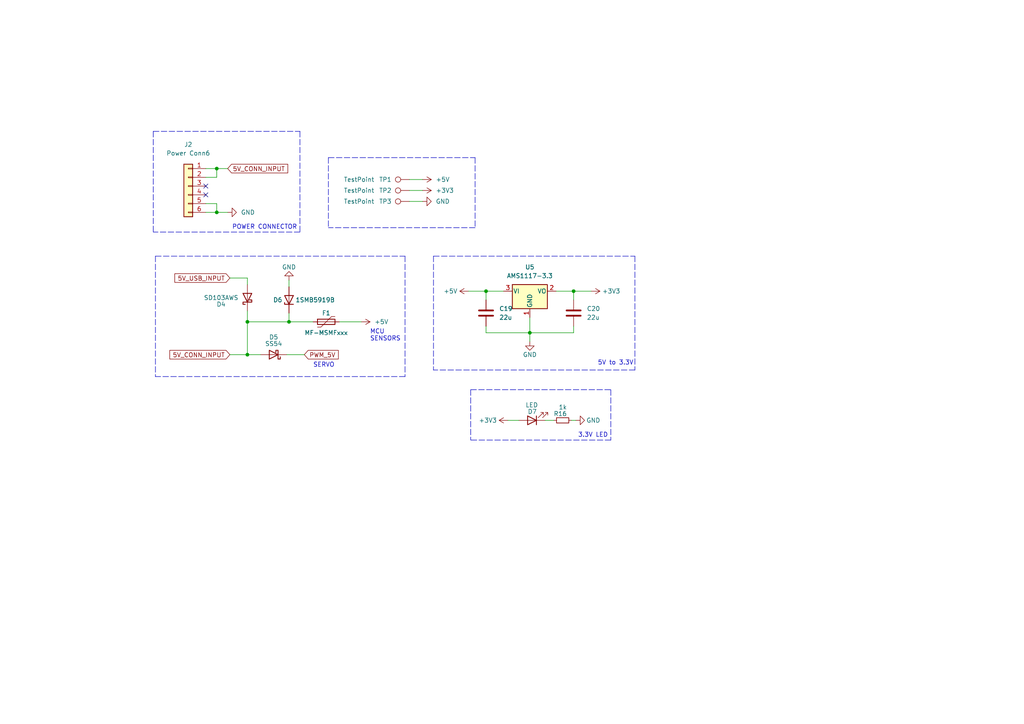
<source format=kicad_sch>
(kicad_sch (version 20211123) (generator eeschema)
  (paper "A4")
  (lib_symbols
    (symbol "Connector:TestPoint" (pin_numbers hide) (pin_names (offset 0.762) hide)
      (property "Reference" "TP" (at 0 6.858 0))
      (property "Value" "TestPoint" (at 0 5.08 0))
      (symbol "TestPoint_0_1"
        (circle (center 0 3.302) (radius 0.762))
      )
      (symbol "TestPoint_1_1"
        (pin passive line (at 0 0 90) (length 2.54) (name "1") (number "1"))
      )
    )
    (symbol "Connector_Generic:Conn_01x06" (pin_names (offset 1.016) hide)
      (property "Reference" "J" (at 0 7.62 0))
      (property "Value" "Conn_01x06" (at 0 -10.16 0))
      (symbol "Conn_01x06_1_1"
        (rectangle (start -1.27 -7.493) (end 0 -7.747) (stroke (width 0.1524)))
        (rectangle (start -1.27 -4.953) (end 0 -5.207) (stroke (width 0.1524)))
        (rectangle (start -1.27 -2.413) (end 0 -2.667) (stroke (width 0.1524)))
        (rectangle (start -1.27 0.127) (end 0 -0.127) (stroke (width 0.1524)))
        (rectangle (start -1.27 2.667) (end 0 2.413) (stroke (width 0.1524)))
        (rectangle (start -1.27 5.207) (end 0 4.953) (stroke (width 0.1524)))
        (rectangle (start -1.27 6.35) (end 1.27 -8.89) (stroke (width 0.254)) (fill (type background)))
        (pin passive line (at -5.08 5.08 0) (length 3.81) (name "Pin_1") (number "1"))
        (pin passive line (at -5.08 2.54 0) (length 3.81) (name "Pin_2") (number "2"))
        (pin passive line (at -5.08 0 0) (length 3.81) (name "Pin_3") (number "3"))
        (pin passive line (at -5.08 -2.54 0) (length 3.81) (name "Pin_4") (number "4"))
        (pin passive line (at -5.08 -5.08 0) (length 3.81) (name "Pin_5") (number "5"))
        (pin passive line (at -5.08 -7.62 0) (length 3.81) (name "Pin_6") (number "6"))
      )
    )
    (symbol "Device:C" (pin_numbers hide) (pin_names (offset 0.254))
      (property "Reference" "C" (at 0.635 2.54 0))
      (property "Value" "C" (at 0.635 -2.54 0))
      (symbol "C_0_1"
        (polyline (pts (xy -2.032 -0.762) (xy 2.032 -0.762)) (stroke (width 0.508)))
        (polyline (pts (xy -2.032 0.762) (xy 2.032 0.762)) (stroke (width 0.508)))
      )
      (symbol "C_1_1"
        (pin passive line (at 0 3.81 270) (length 2.794) (name "~") (number "1"))
        (pin passive line (at 0 -3.81 90) (length 2.794) (name "~") (number "2"))
      )
    )
    (symbol "Device:D_Schottky" (pin_numbers hide) (pin_names (offset 1.016) hide)
      (property "Reference" "D" (at 0 2.54 0))
      (property "Value" "D_Schottky" (at 0 -2.54 0))
      (symbol "D_Schottky_0_1"
        (polyline (pts (xy 1.27 0) (xy -1.27 0)))
        (polyline (pts (xy 1.27 1.27) (xy 1.27 -1.27) (xy -1.27 0) (xy 1.27 1.27)) (stroke (width 0.254)))
        (polyline (pts (xy -1.905 0.635) (xy -1.905 1.27) (xy -1.27 1.27) (xy -1.27 -1.27) (xy -0.635 -1.27) (xy -0.635 -0.635)) (stroke (width 0.254)))
      )
      (symbol "D_Schottky_1_1"
        (pin passive line (at -3.81 0 0) (length 2.54) (name "K") (number "1"))
        (pin passive line (at 3.81 0 180) (length 2.54) (name "A") (number "2"))
      )
    )
    (symbol "Device:D_Zener" (pin_numbers hide) (pin_names (offset 1.016) hide)
      (property "Reference" "D" (at 0 2.54 0))
      (property "Value" "D_Zener" (at 0 -2.54 0))
      (symbol "D_Zener_0_1"
        (polyline (pts (xy 1.27 0) (xy -1.27 0)))
        (polyline (pts (xy -1.27 -1.27) (xy -1.27 1.27) (xy -0.762 1.27)) (stroke (width 0.254)))
        (polyline (pts (xy 1.27 -1.27) (xy 1.27 1.27) (xy -1.27 0) (xy 1.27 -1.27)) (stroke (width 0.254)))
      )
      (symbol "D_Zener_1_1"
        (pin passive line (at -3.81 0 0) (length 2.54) (name "K") (number "1"))
        (pin passive line (at 3.81 0 180) (length 2.54) (name "A") (number "2"))
      )
    )
    (symbol "Device:LED" (pin_numbers hide) (pin_names (offset 1.016) hide)
      (property "Reference" "D" (at 0 2.54 0))
      (property "Value" "LED" (at 0 -2.54 0))
      (symbol "LED_0_1"
        (polyline (pts (xy -1.27 -1.27) (xy -1.27 1.27)) (stroke (width 0.254)))
        (polyline (pts (xy -1.27 0) (xy 1.27 0)))
        (polyline (pts (xy 1.27 -1.27) (xy 1.27 1.27) (xy -1.27 0) (xy 1.27 -1.27)) (stroke (width 0.254)))
        (polyline (pts (xy -3.048 -0.762) (xy -4.572 -2.286) (xy -3.81 -2.286) (xy -4.572 -2.286) (xy -4.572 -1.524)))
        (polyline (pts (xy -1.778 -0.762) (xy -3.302 -2.286) (xy -2.54 -2.286) (xy -3.302 -2.286) (xy -3.302 -1.524)))
      )
      (symbol "LED_1_1"
        (pin passive line (at -3.81 0 0) (length 2.54) (name "K") (number "1"))
        (pin passive line (at 3.81 0 180) (length 2.54) (name "A") (number "2"))
      )
    )
    (symbol "Device:Polyfuse" (pin_numbers hide) (pin_names (offset 0))
      (property "Reference" "F" (at -2.54 0 90))
      (property "Value" "Polyfuse" (at 2.54 0 90))
      (symbol "Polyfuse_0_1"
        (rectangle (start -0.762 2.54) (end 0.762 -2.54) (stroke (width 0.254)))
        (polyline (pts (xy 0 2.54) (xy 0 -2.54)))
        (polyline (pts (xy -1.524 2.54) (xy -1.524 1.524) (xy 1.524 -1.524) (xy 1.524 -2.54)))
      )
      (symbol "Polyfuse_1_1"
        (pin passive line (at 0 3.81 270) (length 1.27) (name "~") (number "1"))
        (pin passive line (at 0 -3.81 90) (length 1.27) (name "~") (number "2"))
      )
    )
    (symbol "Device:R_Small" (pin_numbers hide) (pin_names (offset 0.254) hide)
      (property "Reference" "R" (at 0.762 0.508 0))
      (property "Value" "R_Small" (at 0.762 -1.016 0))
      (symbol "R_Small_0_1"
        (rectangle (start -0.762 1.778) (end 0.762 -1.778) (stroke (width 0.2032)))
      )
      (symbol "R_Small_1_1"
        (pin passive line (at 0 2.54 270) (length 0.762) (name "~") (number "1"))
        (pin passive line (at 0 -2.54 90) (length 0.762) (name "~") (number "2"))
      )
    )
    (symbol "Regulator_Linear:AMS1117-3.3" (pin_names (offset 0.254))
      (property "Reference" "U" (at -3.81 3.175 0))
      (property "Value" "AMS1117-3.3" (at 0 3.175 0))
      (symbol "AMS1117-3.3_0_1"
        (rectangle (start -5.08 -5.08) (end 5.08 1.905) (stroke (width 0.254)) (fill (type background)))
      )
      (symbol "AMS1117-3.3_1_1"
        (pin power_in line (at 0 -7.62 90) (length 2.54) (name "GND") (number "1"))
        (pin power_out line (at 7.62 0 180) (length 2.54) (name "VO") (number "2"))
        (pin power_in line (at -7.62 0 0) (length 2.54) (name "VI") (number "3"))
      )
    )
    (symbol "power:+3V3" (power) (pin_names (offset 0))
      (property "Value" "+3V3" (at 0 3.556 0))
      (symbol "+3V3_0_1"
        (polyline (pts (xy -0.762 1.27) (xy 0 2.54)))
        (polyline (pts (xy 0 0) (xy 0 2.54)))
        (polyline (pts (xy 0 2.54) (xy 0.762 1.27)))
      )
      (symbol "+3V3_1_1"
        (pin power_in line (at 0 0 90) (length 0) hide (name "+3V3") (number "1"))
      )
    )
    (symbol "power:+5V" (power) (pin_names (offset 0))
      (property "Value" "+5V" (at 0 3.556 0))
      (symbol "+5V_0_1"
        (polyline (pts (xy -0.762 1.27) (xy 0 2.54)))
        (polyline (pts (xy 0 0) (xy 0 2.54)))
        (polyline (pts (xy 0 2.54) (xy 0.762 1.27)))
      )
      (symbol "+5V_1_1"
        (pin power_in line (at 0 0 90) (length 0) hide (name "+5V") (number "1"))
      )
    )
    (symbol "power:GND" (power) (pin_names (offset 0))
      (property "Value" "GND" (at 0 -3.81 0))
      (symbol "GND_0_1"
        (polyline (pts (xy 0 0) (xy 0 -1.27) (xy 1.27 -1.27) (xy 0 -2.54) (xy -1.27 -1.27) (xy 0 -1.27)))
      )
      (symbol "GND_1_1"
        (pin power_in line (at 0 0 270) (length 0) hide (name "GND") (number "1"))
      )
    )
  )
  (junction (at 71.755 102.87))
  (junction (at 62.865 48.895))
  (junction (at 71.755 93.345))
  (junction (at 153.67 96.52))
  (junction (at 166.37 84.455))
  (junction (at 140.97 84.455))
  (junction (at 62.865 61.595))
  (junction (at 83.82 93.345))
  (no_connect (at 59.69 56.515))
  (no_connect (at 59.69 53.975))
  (polyline (pts (xy 117.475 74.295) (xy 117.475 109.22)))
  (polyline (pts (xy 44.45 38.1) (xy 44.45 67.31)))
  (wire (pts (xy 171.45 84.455) (xy 166.37 84.455)))
  (polyline (pts (xy 86.995 67.31) (xy 44.45 67.31)))
  (wire (pts (xy 62.865 61.595) (xy 66.04 61.595)))
  (polyline (pts (xy 184.15 107.315) (xy 125.73 107.315)))
  (wire (pts (xy 62.865 48.895) (xy 62.865 51.435)))
  (polyline (pts (xy 45.085 74.295) (xy 45.085 109.22)))
  (wire (pts (xy 140.97 84.455) (xy 146.05 84.455)))
  (wire (pts (xy 71.755 80.645) (xy 71.755 82.55)))
  (wire (pts (xy 153.67 96.52) (xy 153.67 99.06)))
  (wire (pts (xy 62.865 59.055) (xy 62.865 61.595)))
  (polyline (pts (xy 136.525 113.03) (xy 136.525 127.635)))
  (wire (pts (xy 71.755 90.17) (xy 71.755 93.345)))
  (wire (pts (xy 66.675 102.87) (xy 71.755 102.87)))
  (wire (pts (xy 62.865 48.895) (xy 66.04 48.895)))
  (wire (pts (xy 135.89 84.455) (xy 140.97 84.455)))
  (wire (pts (xy 62.865 51.435) (xy 59.69 51.435)))
  (wire (pts (xy 147.32 121.92) (xy 150.495 121.92)))
  (wire (pts (xy 59.69 59.055) (xy 62.865 59.055)))
  (wire (pts (xy 166.37 84.455) (xy 166.37 86.995)))
  (polyline (pts (xy 137.795 66.04) (xy 95.25 66.04)))
  (polyline (pts (xy 177.165 113.03) (xy 177.165 127.635)))
  (wire (pts (xy 83.82 81.28) (xy 83.82 83.185)))
  (wire (pts (xy 71.755 102.87) (xy 75.565 102.87)))
  (wire (pts (xy 158.115 121.92) (xy 160.655 121.92)))
  (polyline (pts (xy 86.995 38.1) (xy 86.995 67.31)))
  (wire (pts (xy 153.67 92.075) (xy 153.67 96.52)))
  (polyline (pts (xy 125.73 74.295) (xy 125.73 107.315)))
  (wire (pts (xy 83.82 90.805) (xy 83.82 93.345)))
  (wire (pts (xy 71.755 93.345) (xy 71.755 102.87)))
  (polyline (pts (xy 184.15 74.295) (xy 184.15 107.315)))
  (polyline (pts (xy 137.795 45.72) (xy 137.795 66.04)))
  (polyline (pts (xy 117.475 109.22) (xy 45.085 109.22)))
  (polyline (pts (xy 95.25 45.72) (xy 137.795 45.72)))
  (wire (pts (xy 118.745 58.42) (xy 122.555 58.42)))
  (wire (pts (xy 140.97 94.615) (xy 140.97 96.52)))
  (wire (pts (xy 66.675 80.645) (xy 71.755 80.645)))
  (wire (pts (xy 71.755 93.345) (xy 83.82 93.345)))
  (wire (pts (xy 153.67 96.52) (xy 166.37 96.52)))
  (wire (pts (xy 140.97 84.455) (xy 140.97 86.995)))
  (polyline (pts (xy 45.085 74.295) (xy 117.475 74.295)))
  (wire (pts (xy 59.69 48.895) (xy 62.865 48.895)))
  (wire (pts (xy 161.29 84.455) (xy 166.37 84.455)))
  (wire (pts (xy 62.865 61.595) (xy 59.69 61.595)))
  (wire (pts (xy 118.745 55.245) (xy 122.555 55.245)))
  (wire (pts (xy 166.37 96.52) (xy 166.37 94.615)))
  (wire (pts (xy 118.745 52.07) (xy 122.555 52.07)))
  (wire (pts (xy 83.185 102.87) (xy 88.265 102.87)))
  (polyline (pts (xy 95.25 45.72) (xy 95.25 66.04)))
  (wire (pts (xy 165.735 121.92) (xy 167.005 121.92)))
  (wire (pts (xy 83.82 93.345) (xy 90.805 93.345)))
  (wire (pts (xy 98.425 93.345) (xy 104.775 93.345)))
  (polyline (pts (xy 136.525 113.03) (xy 177.165 113.03)))
  (polyline (pts (xy 44.45 38.1) (xy 86.995 38.1)))
  (wire (pts (xy 140.97 96.52) (xy 153.67 96.52)))
  (polyline (pts (xy 177.165 127.635) (xy 136.525 127.635)))
  (polyline (pts (xy 125.73 74.295) (xy 184.15 74.295)))
  (text "POWER CONNECTOR" (at 67.31 66.675 0) (effects (font (size 1.27 1.27)) (justify left bottom)))
  (text "MCU\nSENSORS" (at 107.315 99.06 0) (effects (font (size 1.27 1.27)) (justify left bottom)))
  (text "3.3V LED" (at 167.64 127 0) (effects (font (size 1.27 1.27)) (justify left bottom)))
  (text "SERVO" (at 90.805 106.68 0) (effects (font (size 1.27 1.27)) (justify left bottom)))
  (text "5V to 3.3V" (at 173.355 106.045 0) (effects (font (size 1.27 1.27)) (justify left bottom)))
  (global_label "5V_CONN_INPUT" (shape input) (at 66.04 48.895 0) (property "Intersheet References" "${INTERSHEET_REFS}" (effects hide)))
  (global_label "PWM_5V" (shape input) (at 88.265 102.87 0) (property "Intersheet References" "${INTERSHEET_REFS}" (effects hide)))
  (global_label "5V_CONN_INPUT" (shape input) (at 66.675 102.87 180) (property "Intersheet References" "${INTERSHEET_REFS}" (effects hide)))
  (global_label "5V_USB_INPUT" (shape input) (at 66.675 80.645 180) (property "Intersheet References" "${INTERSHEET_REFS}" (effects hide)))
  (symbol (lib_id "Regulator_Linear:AMS1117-3.3") (at 153.67 84.455 0) (unit 1)
    (property "Reference" "U5" (at 153.67 77.47 0))
    (property "Value" "AMS1117-3.3" (at 153.67 80.01 0))
    (property "Footprint" "Package_TO_SOT_SMD:SOT-223-3_TabPin2" (effects hide))
    (property "Datasheet" "http://www.advanced-monolithic.com/pdf/ds1117.pdf" (effects hide))
  )
  (symbol (lib_id "power:GND") (at 167.005 121.92 90) (unit 1)
    (property "Reference" "#PWR045" (effects hide))
    (property "Value" "GND" (at 172.085 121.92 90))
  )
  (symbol (lib_id "Connector:TestPoint") (at 118.745 58.42 90) (unit 1)
    (property "Reference" "TP3" (at 111.76 58.42 90))
    (property "Value" "TestPoint" (at 104.14 58.42 90))
    (property "Footprint" "TestPoint:TestPoint_Pad_D1.5mm" (effects hide))
  )
  (symbol (lib_id "power:+3V3") (at 147.32 121.92 90) (unit 1)
    (property "Reference" "#PWR043" (effects hide))
    (property "Value" "+3V3" (at 144.145 121.9199 90) (effects (justify left)))
  )
  (symbol (lib_id "Device:R_Small") (at 163.195 121.92 90) (unit 1)
    (property "Reference" "R16" (at 164.465 120.015 90) (effects (justify left)))
    (property "Value" "1k" (at 164.465 118.11 90) (effects (justify left)))
    (property "Footprint" "Resistor_SMD:R_0603_1608Metric_Pad0.98x0.95mm_HandSolder" (effects hide))
    (property "JLCPCB Part #" "C21190" (effects hide))
  )
  (symbol (lib_id "power:GND") (at 122.555 58.42 90) (unit 1)
    (property "Reference" "#PWR041" (effects hide))
    (property "Value" "GND" (at 126.365 58.4199 90) (effects (justify right)))
  )
  (symbol (lib_id "power:+5V") (at 135.89 84.455 90) (unit 1)
    (property "Reference" "#PWR042" (effects hide))
    (property "Value" "+5V" (at 132.715 84.4549 90) (effects (justify left)))
  )
  (symbol (lib_id "Device:C") (at 140.97 90.805 0) (unit 1)
    (property "Reference" "C19" (at 144.78 89.5349 0) (effects (justify left)))
    (property "Value" "22u" (at 144.78 92.0749 0) (effects (justify left)))
    (property "Footprint" "Capacitor_SMD:C_1206_3216Metric_Pad1.33x1.80mm_HandSolder" (effects hide))
    (property "JLCPCB Part #" "C12891" (effects hide))
  )
  (symbol (lib_id "Device:C") (at 166.37 90.805 0) (unit 1)
    (property "Reference" "C20" (at 170.18 89.5349 0) (effects (justify left)))
    (property "Value" "22u" (at 170.18 92.0749 0) (effects (justify left)))
    (property "Footprint" "Capacitor_SMD:C_1206_3216Metric_Pad1.33x1.80mm_HandSolder" (effects hide))
    (property "JLCPCB Part #" "C12891" (effects hide))
  )
  (symbol (lib_id "power:GND") (at 66.04 61.595 90) (unit 1)
    (property "Reference" "#PWR036" (effects hide))
    (property "Value" "GND" (at 69.85 61.5949 90) (effects (justify right)))
  )
  (symbol (lib_id "power:+3V3") (at 122.555 55.245 270) (unit 1)
    (property "Reference" "#PWR040" (effects hide))
    (property "Value" "+3V3" (at 126.365 55.2449 90) (effects (justify left)))
  )
  (symbol (lib_id "power:+5V") (at 122.555 52.07 270) (unit 1)
    (property "Reference" "#PWR039" (effects hide))
    (property "Value" "+5V" (at 126.365 52.0699 90) (effects (justify left)))
  )
  (symbol (lib_id "Device:LED") (at 154.305 121.92 180) (unit 1)
    (property "Reference" "D7" (at 153.035 119.38 0) (effects (justify right)))
    (property "Value" "LED" (at 152.4 117.475 0) (effects (justify right)))
    (property "Footprint" "LED_SMD:LED_0603_1608Metric_Pad1.05x0.95mm_HandSolder" (effects hide))
  )
  (symbol (lib_id "power:+5V") (at 104.775 93.345 270) (unit 1)
    (property "Reference" "#PWR038" (effects hide))
    (property "Value" "+5V" (at 108.585 93.3449 90) (effects (justify left)))
  )
  (symbol (lib_id "power:GND") (at 153.67 99.06 0) (unit 1)
    (property "Reference" "#PWR044" (effects hide))
    (property "Value" "GND" (at 153.67 102.87 0))
  )
  (symbol (lib_id "Device:Polyfuse") (at 94.615 93.345 90) (unit 1)
    (property "Reference" "F1" (at 94.615 90.805 90))
    (property "Value" "MF-MSMFxxx" (at 94.615 96.52 90))
    (property "Footprint" "Fuse:Fuse_1812_4532Metric_Pad1.30x3.40mm_HandSolder" (effects hide))
  )
  (symbol (lib_id "Connector:TestPoint") (at 118.745 52.07 90) (unit 1)
    (property "Reference" "TP1" (at 111.76 52.07 90))
    (property "Value" "TestPoint" (at 104.14 52.07 90))
    (property "Footprint" "TestPoint:TestPoint_Pad_D1.5mm" (effects hide))
  )
  (symbol (lib_id "power:+3V3") (at 171.45 84.455 270) (unit 1)
    (property "Reference" "#PWR046" (effects hide))
    (property "Value" "+3V3" (at 174.625 84.455 90) (effects (justify left)))
  )
  (symbol (lib_id "Connector:TestPoint") (at 118.745 55.245 90) (unit 1)
    (property "Reference" "TP2" (at 111.76 55.245 90))
    (property "Value" "TestPoint" (at 104.14 55.245 90))
    (property "Footprint" "TestPoint:TestPoint_Pad_D1.5mm" (effects hide))
  )
  (symbol (lib_id "Connector_Generic:Conn_01x06") (at 54.61 53.975 0) (mirror y) (unit 1)
    (property "Reference" "J2" (at 54.61 41.91 0))
    (property "Value" "Power Conn6" (at 54.61 44.45 0))
    (property "Footprint" "Connector_Molex:Molex_PicoBlade_53047-0610_1x06_P1.25mm_Vertical" (effects hide))
  )
  (symbol (lib_id "power:GND") (at 83.82 81.28 180) (unit 1)
    (property "Reference" "#PWR037" (effects hide))
    (property "Value" "GND" (at 83.82 77.47 0))
  )
  (symbol (lib_id "Device:D_Schottky") (at 71.755 86.36 90) (unit 1)
    (property "Reference" "D4" (at 64.135 88.265 90))
    (property "Value" "SD103AWS" (at 64.135 86.36 90))
    (property "Footprint" "Diode_SMD:D_SOD-323_HandSoldering" (effects hide))
    (property "JLCPCB Part #" "C22452" (effects hide))
  )
  (symbol (lib_id "Device:D_Schottky") (at 79.375 102.87 180) (unit 1)
    (property "Reference" "D5" (at 79.375 97.79 0))
    (property "Value" "SS54" (at 79.375 99.695 0))
    (property "Footprint" "Diode_SMD:D_SMA" (effects hide))
    (property "JLCPCB Part #" "C22452" (effects hide))
  )
  (symbol (lib_id "Device:D_Zener") (at 83.82 86.995 90) (unit 1)
    (property "Reference" "D6" (at 81.915 86.995 90) (effects (justify left)))
    (property "Value" "1SMB5919B" (at 97.155 86.995 90) (effects (justify left)))
    (property "Footprint" "Diode_SMD:D_SMB" (effects hide))
  )
)
</source>
